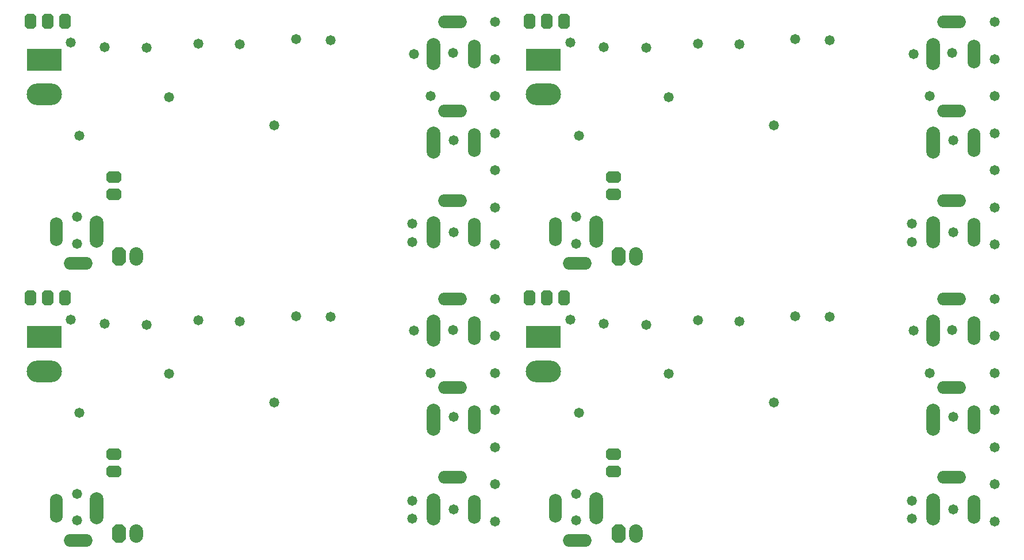
<source format=gbr>
%TF.GenerationSoftware,Altium Limited,Altium Designer,23.1.1 (15)*%
G04 Layer_Color=16711935*
%FSLAX45Y45*%
%MOMM*%
%TF.SameCoordinates,4CCFFED5-D059-4900-A68D-9618ACEA1AB5*%
%TF.FilePolarity,Negative*%
%TF.FileFunction,Soldermask,Bot*%
%TF.Part,CustomerPanel*%
G01*
G75*
%TA.AperFunction,ComponentPad*%
%ADD53O,4.20319X1.90320*%
%ADD54O,2.00320X4.70319*%
%ADD55O,1.90320X4.20319*%
%ADD56O,2.00320X2.70320*%
G04:AMPARAMS|DCode=57|XSize=2.0032mm|YSize=2.7032mm|CornerRadius=0mm|HoleSize=0mm|Usage=FLASHONLY|Rotation=180.000|XOffset=0mm|YOffset=0mm|HoleType=Round|Shape=Octagon|*
%AMOCTAGOND57*
4,1,8,0.50080,-1.35160,-0.50080,-1.35160,-1.00160,-0.85080,-1.00160,0.85080,-0.50080,1.35160,0.50080,1.35160,1.00160,0.85080,1.00160,-0.85080,0.50080,-1.35160,0.0*
%
%ADD57OCTAGOND57*%

G04:AMPARAMS|DCode=58|XSize=2.2352mm|YSize=1.7272mm|CornerRadius=0mm|HoleSize=0mm|Usage=FLASHONLY|Rotation=90.000|XOffset=0mm|YOffset=0mm|HoleType=Round|Shape=Octagon|*
%AMOCTAGOND58*
4,1,8,0.43180,1.11760,-0.43180,1.11760,-0.86360,0.68580,-0.86360,-0.68580,-0.43180,-1.11760,0.43180,-1.11760,0.86360,-0.68580,0.86360,0.68580,0.43180,1.11760,0.0*
%
%ADD58OCTAGOND58*%

G04:AMPARAMS|DCode=59|XSize=2.2352mm|YSize=1.7272mm|CornerRadius=0mm|HoleSize=0mm|Usage=FLASHONLY|Rotation=180.000|XOffset=0mm|YOffset=0mm|HoleType=Round|Shape=Octagon|*
%AMOCTAGOND59*
4,1,8,-1.11760,0.43180,-1.11760,-0.43180,-0.68580,-0.86360,0.68580,-0.86360,1.11760,-0.43180,1.11760,0.43180,0.68580,0.86360,-0.68580,0.86360,-1.11760,0.43180,0.0*
%
%ADD59OCTAGOND59*%

%ADD60R,5.20320X3.20320*%
%ADD61O,5.20320X3.20320*%
%TA.AperFunction,ViaPad*%
%ADD62C,1.47320*%
D53*
X9174599Y7822897D02*
D03*
Y5193997D02*
D03*
Y6514797D02*
D03*
X3665101Y4267103D02*
D03*
X16527899Y7822897D02*
D03*
Y5193997D02*
D03*
Y6514797D02*
D03*
X11018401Y4267103D02*
D03*
X9174599Y11899597D02*
D03*
Y9270697D02*
D03*
Y10591497D02*
D03*
X3665101Y8343803D02*
D03*
X16527899Y11899597D02*
D03*
Y9270697D02*
D03*
Y10591497D02*
D03*
X11018401Y8343803D02*
D03*
D54*
X8899601Y7352897D02*
D03*
Y4723997D02*
D03*
Y6044797D02*
D03*
X3940099Y4737103D02*
D03*
X16252901Y7352897D02*
D03*
Y4723997D02*
D03*
Y6044797D02*
D03*
X11293399Y4737103D02*
D03*
X8899601Y11429597D02*
D03*
Y8800697D02*
D03*
Y10121497D02*
D03*
X3940099Y8813803D02*
D03*
X16252901Y11429597D02*
D03*
Y8800697D02*
D03*
Y10121497D02*
D03*
X11293399Y8813803D02*
D03*
D55*
X9499600Y7352900D02*
D03*
Y4724000D02*
D03*
Y6044800D02*
D03*
X3340100Y4737100D02*
D03*
X16852901Y7352900D02*
D03*
Y4724000D02*
D03*
Y6044800D02*
D03*
X10693400Y4737100D02*
D03*
X9499600Y11429600D02*
D03*
Y8800700D02*
D03*
Y10121500D02*
D03*
X3340100Y8813800D02*
D03*
X16852901Y11429600D02*
D03*
Y8800700D02*
D03*
Y10121500D02*
D03*
X10693400Y8813800D02*
D03*
D56*
X4521200Y4368800D02*
D03*
X11874500D02*
D03*
X4521200Y8445500D02*
D03*
X11874500D02*
D03*
D57*
X4267200Y4368800D02*
D03*
X11620500D02*
D03*
X4267200Y8445500D02*
D03*
X11620500D02*
D03*
D58*
X3467100Y7835900D02*
D03*
X2959100D02*
D03*
X3213100D02*
D03*
X10820400D02*
D03*
X10312400D02*
D03*
X10566400D02*
D03*
X3467100Y11912600D02*
D03*
X2959100D02*
D03*
X3213100D02*
D03*
X10820400D02*
D03*
X10312400D02*
D03*
X10566400D02*
D03*
D59*
X4191000Y5537200D02*
D03*
Y5283200D02*
D03*
X11544300Y5537200D02*
D03*
Y5283200D02*
D03*
X4191000Y9613900D02*
D03*
Y9359900D02*
D03*
X11544300Y9613900D02*
D03*
Y9359900D02*
D03*
D60*
X3162300Y7264400D02*
D03*
X10515600D02*
D03*
X3162300Y11341100D02*
D03*
X10515600D02*
D03*
D61*
X3162300Y6756400D02*
D03*
X10515600D02*
D03*
X3162300Y10833100D02*
D03*
X10515600D02*
D03*
D62*
X8610600Y7353300D02*
D03*
X9182100Y7366000D02*
D03*
X9194800Y6083300D02*
D03*
Y4724400D02*
D03*
X3556000Y7518400D02*
D03*
X3644900Y4559300D02*
D03*
Y4953000D02*
D03*
X4673600Y7442200D02*
D03*
X4051300Y7454900D02*
D03*
X6045200Y7493000D02*
D03*
X5435600Y7505700D02*
D03*
X7378700Y7556500D02*
D03*
X6870700Y7569200D02*
D03*
X9804400Y4546600D02*
D03*
Y5092700D02*
D03*
Y5638800D02*
D03*
Y6184900D02*
D03*
Y6731000D02*
D03*
Y7277100D02*
D03*
Y7823200D02*
D03*
X8585200Y4584700D02*
D03*
Y4851400D02*
D03*
X5003800Y6718300D02*
D03*
X3683000Y6146800D02*
D03*
X8851900Y6731000D02*
D03*
X6553200Y6299200D02*
D03*
X15963901Y7353300D02*
D03*
X16535400Y7366000D02*
D03*
X16548100Y6083300D02*
D03*
Y4724400D02*
D03*
X10909300Y7518400D02*
D03*
X10998200Y4559300D02*
D03*
Y4953000D02*
D03*
X12026900Y7442200D02*
D03*
X11404600Y7454900D02*
D03*
X13398500Y7493000D02*
D03*
X12788900Y7505700D02*
D03*
X14732001Y7556500D02*
D03*
X14224001Y7569200D02*
D03*
X17157700Y4546600D02*
D03*
Y5092700D02*
D03*
Y5638800D02*
D03*
Y6184900D02*
D03*
Y6731000D02*
D03*
Y7277100D02*
D03*
Y7823200D02*
D03*
X15938499Y4584700D02*
D03*
Y4851400D02*
D03*
X12357100Y6718300D02*
D03*
X11036300Y6146800D02*
D03*
X16205200Y6731000D02*
D03*
X13906500Y6299200D02*
D03*
X8610600Y11430000D02*
D03*
X9182100Y11442700D02*
D03*
X9194800Y10160000D02*
D03*
Y8801100D02*
D03*
X3556000Y11595100D02*
D03*
X3644900Y8636000D02*
D03*
Y9029700D02*
D03*
X4673600Y11518900D02*
D03*
X4051300Y11531600D02*
D03*
X6045200Y11569700D02*
D03*
X5435600Y11582400D02*
D03*
X7378700Y11633200D02*
D03*
X6870700Y11645900D02*
D03*
X9804400Y8623300D02*
D03*
Y9169400D02*
D03*
Y9715500D02*
D03*
Y10261600D02*
D03*
Y10807700D02*
D03*
Y11353800D02*
D03*
Y11899900D02*
D03*
X8585200Y8661400D02*
D03*
Y8928100D02*
D03*
X5003800Y10795000D02*
D03*
X3683000Y10223500D02*
D03*
X8851900Y10807700D02*
D03*
X6553200Y10375900D02*
D03*
X15963901Y11430000D02*
D03*
X16535400Y11442700D02*
D03*
X16548100Y10160000D02*
D03*
Y8801100D02*
D03*
X10909300Y11595100D02*
D03*
X10998200Y8636000D02*
D03*
Y9029700D02*
D03*
X12026900Y11518900D02*
D03*
X11404600Y11531600D02*
D03*
X13398500Y11569700D02*
D03*
X12788900Y11582400D02*
D03*
X14732001Y11633200D02*
D03*
X14224001Y11645900D02*
D03*
X17157700Y8623300D02*
D03*
Y9169400D02*
D03*
Y9715500D02*
D03*
Y10261600D02*
D03*
Y10807700D02*
D03*
Y11353800D02*
D03*
Y11899900D02*
D03*
X15938499Y8661400D02*
D03*
Y8928100D02*
D03*
X12357100Y10795000D02*
D03*
X11036300Y10223500D02*
D03*
X16205200Y10807700D02*
D03*
X13906500Y10375900D02*
D03*
%TF.MD5,4f1c531569c0013489659003ad41c3b7*%
M02*

</source>
